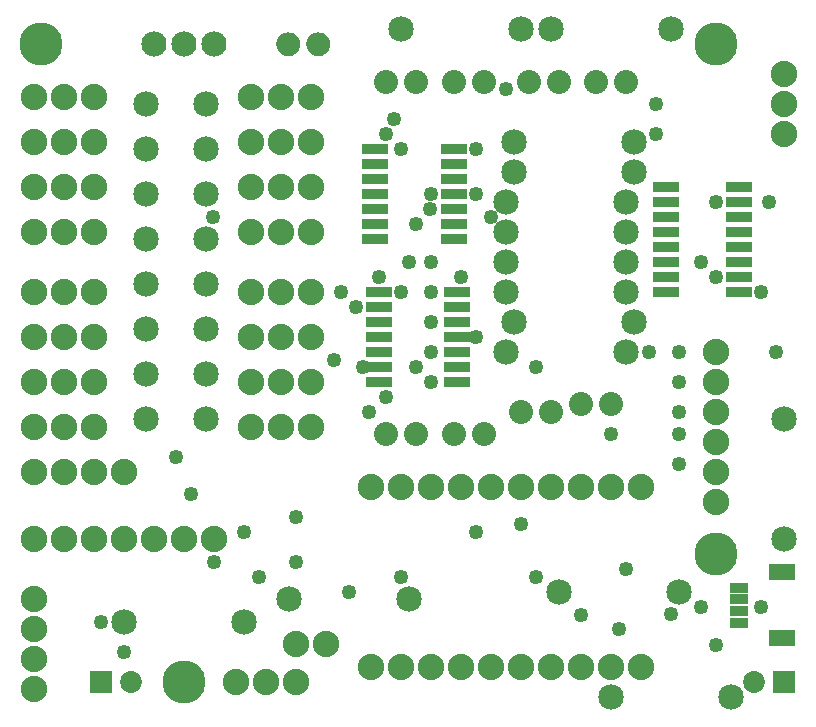
<source format=gts>
G04 MADE WITH FRITZING*
G04 WWW.FRITZING.ORG*
G04 DOUBLE SIDED*
G04 HOLES PLATED*
G04 CONTOUR ON CENTER OF CONTOUR VECTOR*
%ASAXBY*%
%FSLAX23Y23*%
%MOIN*%
%OFA0B0*%
%SFA1.0B1.0*%
%ADD10C,0.049370*%
%ADD11C,0.085000*%
%ADD12C,0.088000*%
%ADD13C,0.143858*%
%ADD14C,0.084000*%
%ADD15C,0.072992*%
%ADD16C,0.080000*%
%ADD17R,0.088740X0.057244*%
%ADD18R,0.063150X0.033622*%
%ADD19R,0.072992X0.072992*%
%ADD20R,0.090000X0.036000*%
%ADD21R,0.001000X0.001000*%
%LNMASK1*%
G90*
G70*
G54D10*
X2227Y826D03*
X1702Y626D03*
X302Y301D03*
X2052Y476D03*
X952Y501D03*
X1176Y1150D03*
X553Y850D03*
X777Y600D03*
X677Y501D03*
X602Y726D03*
X2127Y1201D03*
X2002Y926D03*
X2502Y1401D03*
X2552Y1201D03*
X2527Y1701D03*
X2227Y926D03*
X2227Y1201D03*
X2352Y1451D03*
X2227Y1101D03*
X2227Y1001D03*
X827Y451D03*
X1553Y601D03*
G54D11*
X777Y301D03*
X377Y301D03*
G54D10*
X377Y201D03*
G54D11*
X927Y376D03*
X1327Y376D03*
G54D12*
X677Y576D03*
X577Y576D03*
X477Y576D03*
X377Y576D03*
X277Y576D03*
X177Y576D03*
X77Y576D03*
G54D10*
X1652Y2076D03*
X2152Y2026D03*
X1602Y1651D03*
X2352Y1701D03*
X2302Y1501D03*
G54D13*
X577Y101D03*
G54D14*
X477Y2226D03*
X577Y2226D03*
X677Y2226D03*
X477Y2226D03*
X577Y2226D03*
X677Y2226D03*
G54D13*
X2352Y526D03*
X2352Y2226D03*
X102Y2226D03*
G54D10*
X676Y1650D03*
X1078Y1175D03*
X1253Y1050D03*
X1151Y1350D03*
G54D12*
X77Y801D03*
X177Y801D03*
X277Y801D03*
X377Y801D03*
G54D10*
X1352Y1151D03*
X1552Y1726D03*
X1552Y1251D03*
X1502Y1451D03*
X1227Y1451D03*
X1752Y1151D03*
G54D11*
X1702Y2276D03*
X1302Y2276D03*
X1802Y2276D03*
X2202Y2276D03*
X2002Y51D03*
X2402Y51D03*
G54D15*
X302Y101D03*
X401Y101D03*
X2577Y101D03*
X2479Y101D03*
G54D10*
X1402Y1726D03*
X2152Y1926D03*
X1552Y1876D03*
G54D11*
X2052Y1501D03*
X1652Y1501D03*
X2052Y1601D03*
X1652Y1601D03*
X2052Y1401D03*
X1652Y1401D03*
X2052Y1701D03*
X1652Y1701D03*
X2077Y1301D03*
X1677Y1301D03*
X2077Y1801D03*
X1677Y1801D03*
X2052Y1201D03*
X1652Y1201D03*
X2077Y1901D03*
X1677Y1901D03*
G54D16*
X1352Y926D03*
X1252Y926D03*
X1577Y926D03*
X1477Y926D03*
X1352Y2101D03*
X1252Y2101D03*
X1577Y2101D03*
X1477Y2101D03*
X1802Y1001D03*
X1702Y1001D03*
X2002Y1026D03*
X1902Y1026D03*
X2052Y2101D03*
X1952Y2101D03*
X1827Y2101D03*
X1727Y2101D03*
G54D11*
X452Y976D03*
X652Y976D03*
X452Y1576D03*
X652Y1576D03*
X452Y1126D03*
X652Y1126D03*
X452Y1726D03*
X652Y1726D03*
X452Y1276D03*
X652Y1276D03*
X452Y1876D03*
X652Y1876D03*
X452Y1426D03*
X652Y1426D03*
X452Y2026D03*
X652Y2026D03*
G54D12*
X1002Y951D03*
X902Y951D03*
X802Y951D03*
X1002Y1601D03*
X902Y1601D03*
X802Y1601D03*
X1002Y1101D03*
X902Y1101D03*
X802Y1101D03*
X1002Y1751D03*
X902Y1751D03*
X802Y1751D03*
X1002Y1251D03*
X902Y1251D03*
X802Y1251D03*
X1002Y1901D03*
X902Y1901D03*
X802Y1901D03*
X1002Y1401D03*
X902Y1401D03*
X802Y1401D03*
X1002Y2051D03*
X902Y2051D03*
X802Y2051D03*
X2352Y701D03*
X2352Y801D03*
X2352Y901D03*
X2352Y1001D03*
X2352Y1101D03*
X2352Y1201D03*
X1202Y151D03*
X1302Y151D03*
X1402Y151D03*
X1502Y151D03*
X1602Y151D03*
X1702Y151D03*
X1802Y151D03*
X1902Y151D03*
X2002Y151D03*
X2102Y151D03*
X1202Y751D03*
X1302Y751D03*
X1402Y751D03*
X1502Y751D03*
X1602Y751D03*
X1702Y751D03*
X1802Y751D03*
X1902Y751D03*
X2002Y751D03*
X2102Y751D03*
X77Y376D03*
X77Y276D03*
X77Y176D03*
X77Y76D03*
X2577Y2126D03*
X2577Y2026D03*
X2577Y1926D03*
X752Y101D03*
X852Y101D03*
X952Y101D03*
X77Y951D03*
X177Y951D03*
X277Y951D03*
X77Y1601D03*
X177Y1601D03*
X277Y1601D03*
X77Y1101D03*
X177Y1101D03*
X277Y1101D03*
X77Y1751D03*
X177Y1751D03*
X277Y1751D03*
X77Y1251D03*
X177Y1251D03*
X277Y1251D03*
X77Y1901D03*
X177Y1901D03*
X277Y1901D03*
X77Y1401D03*
X177Y1401D03*
X277Y1401D03*
X77Y2051D03*
X177Y2051D03*
X277Y2051D03*
G54D10*
X1302Y1401D03*
X1102Y1400D03*
X1327Y1501D03*
X1402Y1201D03*
X1196Y1000D03*
X1402Y1101D03*
X1353Y1626D03*
X1252Y1926D03*
X1277Y1976D03*
X1302Y1876D03*
X1400Y1676D03*
X1402Y1300D03*
X1402Y1400D03*
X1403Y1501D03*
X952Y651D03*
G54D12*
X952Y226D03*
X1052Y226D03*
G54D10*
X1127Y401D03*
X2202Y326D03*
X2352Y225D03*
G54D11*
X1827Y401D03*
X2227Y401D03*
X2577Y576D03*
X2577Y976D03*
G54D10*
X1302Y451D03*
X1752Y451D03*
X2302Y351D03*
X1902Y325D03*
X2027Y276D03*
X2502Y350D03*
G54D17*
X2572Y246D03*
X2572Y466D03*
G54D18*
X2427Y297D03*
X2427Y336D03*
X2427Y376D03*
X2427Y415D03*
G54D19*
X302Y101D03*
X2577Y101D03*
G54D20*
X1477Y1576D03*
X1477Y1626D03*
X1477Y1676D03*
X1477Y1726D03*
X1477Y1776D03*
X1477Y1826D03*
X1477Y1876D03*
X1216Y1876D03*
X1216Y1826D03*
X1216Y1776D03*
X1216Y1726D03*
X1216Y1676D03*
X1216Y1626D03*
X1216Y1576D03*
X1488Y1101D03*
X1488Y1151D03*
X1488Y1201D03*
X1488Y1251D03*
X1488Y1301D03*
X1488Y1351D03*
X1488Y1401D03*
X1227Y1401D03*
X1227Y1351D03*
X1227Y1301D03*
X1227Y1251D03*
X1227Y1201D03*
X1227Y1151D03*
X1227Y1101D03*
X2185Y1751D03*
X2185Y1701D03*
X2185Y1651D03*
X2185Y1601D03*
X2185Y1551D03*
X2185Y1501D03*
X2185Y1451D03*
X2185Y1401D03*
X2427Y1401D03*
X2427Y1451D03*
X2427Y1501D03*
X2427Y1551D03*
X2427Y1601D03*
X2427Y1651D03*
X2427Y1701D03*
X2427Y1751D03*
G54D21*
X923Y2266D02*
X929Y2266D01*
X1023Y2266D02*
X1029Y2266D01*
X918Y2265D02*
X935Y2265D01*
X1017Y2265D02*
X1035Y2265D01*
X914Y2264D02*
X939Y2264D01*
X1014Y2264D02*
X1039Y2264D01*
X911Y2263D02*
X942Y2263D01*
X1011Y2263D02*
X1041Y2263D01*
X909Y2262D02*
X944Y2262D01*
X1009Y2262D02*
X1044Y2262D01*
X907Y2261D02*
X945Y2261D01*
X1007Y2261D02*
X1045Y2261D01*
X906Y2260D02*
X947Y2260D01*
X1006Y2260D02*
X1047Y2260D01*
X904Y2259D02*
X949Y2259D01*
X1004Y2259D02*
X1049Y2259D01*
X903Y2258D02*
X950Y2258D01*
X1003Y2258D02*
X1050Y2258D01*
X901Y2257D02*
X951Y2257D01*
X1001Y2257D02*
X1051Y2257D01*
X900Y2256D02*
X952Y2256D01*
X1000Y2256D02*
X1052Y2256D01*
X899Y2255D02*
X954Y2255D01*
X999Y2255D02*
X1054Y2255D01*
X898Y2254D02*
X955Y2254D01*
X998Y2254D02*
X1055Y2254D01*
X897Y2253D02*
X955Y2253D01*
X997Y2253D02*
X1055Y2253D01*
X896Y2252D02*
X956Y2252D01*
X996Y2252D02*
X1056Y2252D01*
X896Y2251D02*
X957Y2251D01*
X996Y2251D02*
X1057Y2251D01*
X895Y2250D02*
X958Y2250D01*
X995Y2250D02*
X1058Y2250D01*
X894Y2249D02*
X959Y2249D01*
X994Y2249D02*
X1059Y2249D01*
X893Y2248D02*
X959Y2248D01*
X993Y2248D02*
X1059Y2248D01*
X893Y2247D02*
X960Y2247D01*
X993Y2247D02*
X1060Y2247D01*
X892Y2246D02*
X961Y2246D01*
X992Y2246D02*
X1060Y2246D01*
X892Y2245D02*
X961Y2245D01*
X992Y2245D02*
X1061Y2245D01*
X891Y2244D02*
X962Y2244D01*
X991Y2244D02*
X1062Y2244D01*
X891Y2243D02*
X962Y2243D01*
X991Y2243D02*
X1062Y2243D01*
X890Y2242D02*
X963Y2242D01*
X990Y2242D02*
X1063Y2242D01*
X890Y2241D02*
X963Y2241D01*
X990Y2241D02*
X1063Y2241D01*
X889Y2240D02*
X963Y2240D01*
X989Y2240D02*
X1063Y2240D01*
X889Y2239D02*
X964Y2239D01*
X989Y2239D02*
X1064Y2239D01*
X889Y2238D02*
X964Y2238D01*
X989Y2238D02*
X1064Y2238D01*
X888Y2237D02*
X964Y2237D01*
X988Y2237D02*
X1064Y2237D01*
X888Y2236D02*
X965Y2236D01*
X988Y2236D02*
X1064Y2236D01*
X888Y2235D02*
X965Y2235D01*
X988Y2235D02*
X1065Y2235D01*
X888Y2234D02*
X965Y2234D01*
X988Y2234D02*
X1065Y2234D01*
X888Y2233D02*
X965Y2233D01*
X988Y2233D02*
X1065Y2233D01*
X887Y2232D02*
X965Y2232D01*
X987Y2232D02*
X1065Y2232D01*
X887Y2231D02*
X965Y2231D01*
X987Y2231D02*
X1065Y2231D01*
X887Y2230D02*
X966Y2230D01*
X987Y2230D02*
X1066Y2230D01*
X887Y2229D02*
X966Y2229D01*
X987Y2229D02*
X1066Y2229D01*
X887Y2228D02*
X966Y2228D01*
X987Y2228D02*
X1066Y2228D01*
X887Y2227D02*
X966Y2227D01*
X987Y2227D02*
X1066Y2227D01*
X887Y2226D02*
X966Y2226D01*
X987Y2226D02*
X1066Y2226D01*
X887Y2225D02*
X966Y2225D01*
X987Y2225D02*
X1066Y2225D01*
X887Y2224D02*
X966Y2224D01*
X987Y2224D02*
X1066Y2224D01*
X887Y2223D02*
X966Y2223D01*
X987Y2223D02*
X1066Y2223D01*
X887Y2222D02*
X966Y2222D01*
X987Y2222D02*
X1066Y2222D01*
X887Y2221D02*
X965Y2221D01*
X987Y2221D02*
X1065Y2221D01*
X887Y2220D02*
X965Y2220D01*
X987Y2220D02*
X1065Y2220D01*
X888Y2219D02*
X965Y2219D01*
X988Y2219D02*
X1065Y2219D01*
X888Y2218D02*
X965Y2218D01*
X988Y2218D02*
X1065Y2218D01*
X888Y2217D02*
X965Y2217D01*
X988Y2217D02*
X1065Y2217D01*
X888Y2216D02*
X964Y2216D01*
X988Y2216D02*
X1064Y2216D01*
X889Y2215D02*
X964Y2215D01*
X988Y2215D02*
X1064Y2215D01*
X889Y2214D02*
X964Y2214D01*
X989Y2214D02*
X1064Y2214D01*
X889Y2213D02*
X964Y2213D01*
X989Y2213D02*
X1063Y2213D01*
X890Y2212D02*
X963Y2212D01*
X989Y2212D02*
X1063Y2212D01*
X890Y2211D02*
X963Y2211D01*
X990Y2211D02*
X1063Y2211D01*
X890Y2210D02*
X962Y2210D01*
X990Y2210D02*
X1062Y2210D01*
X891Y2209D02*
X962Y2209D01*
X991Y2209D02*
X1062Y2209D01*
X891Y2208D02*
X961Y2208D01*
X991Y2208D02*
X1061Y2208D01*
X892Y2207D02*
X961Y2207D01*
X992Y2207D02*
X1061Y2207D01*
X892Y2206D02*
X960Y2206D01*
X992Y2206D02*
X1060Y2206D01*
X893Y2205D02*
X960Y2205D01*
X993Y2205D02*
X1060Y2205D01*
X894Y2204D02*
X959Y2204D01*
X994Y2204D02*
X1059Y2204D01*
X894Y2203D02*
X958Y2203D01*
X994Y2203D02*
X1058Y2203D01*
X895Y2202D02*
X958Y2202D01*
X995Y2202D02*
X1058Y2202D01*
X896Y2201D02*
X957Y2201D01*
X996Y2201D02*
X1057Y2201D01*
X897Y2200D02*
X956Y2200D01*
X997Y2200D02*
X1056Y2200D01*
X898Y2199D02*
X955Y2199D01*
X998Y2199D02*
X1055Y2199D01*
X899Y2198D02*
X954Y2198D01*
X998Y2198D02*
X1054Y2198D01*
X900Y2197D02*
X953Y2197D01*
X1000Y2197D02*
X1053Y2197D01*
X901Y2196D02*
X952Y2196D01*
X1001Y2196D02*
X1052Y2196D01*
X902Y2195D02*
X951Y2195D01*
X1002Y2195D02*
X1051Y2195D01*
X903Y2194D02*
X949Y2194D01*
X1003Y2194D02*
X1049Y2194D01*
X905Y2193D02*
X948Y2193D01*
X1005Y2193D02*
X1048Y2193D01*
X906Y2192D02*
X946Y2192D01*
X1006Y2192D02*
X1046Y2192D01*
X908Y2191D02*
X945Y2191D01*
X1008Y2191D02*
X1045Y2191D01*
X910Y2190D02*
X943Y2190D01*
X1010Y2190D02*
X1043Y2190D01*
X912Y2189D02*
X940Y2189D01*
X1012Y2189D02*
X1040Y2189D01*
X915Y2188D02*
X937Y2188D01*
X1015Y2188D02*
X1037Y2188D01*
X920Y2187D02*
X933Y2187D01*
X1020Y2187D02*
X1033Y2187D01*
D02*
G04 End of Mask1*
M02*
</source>
